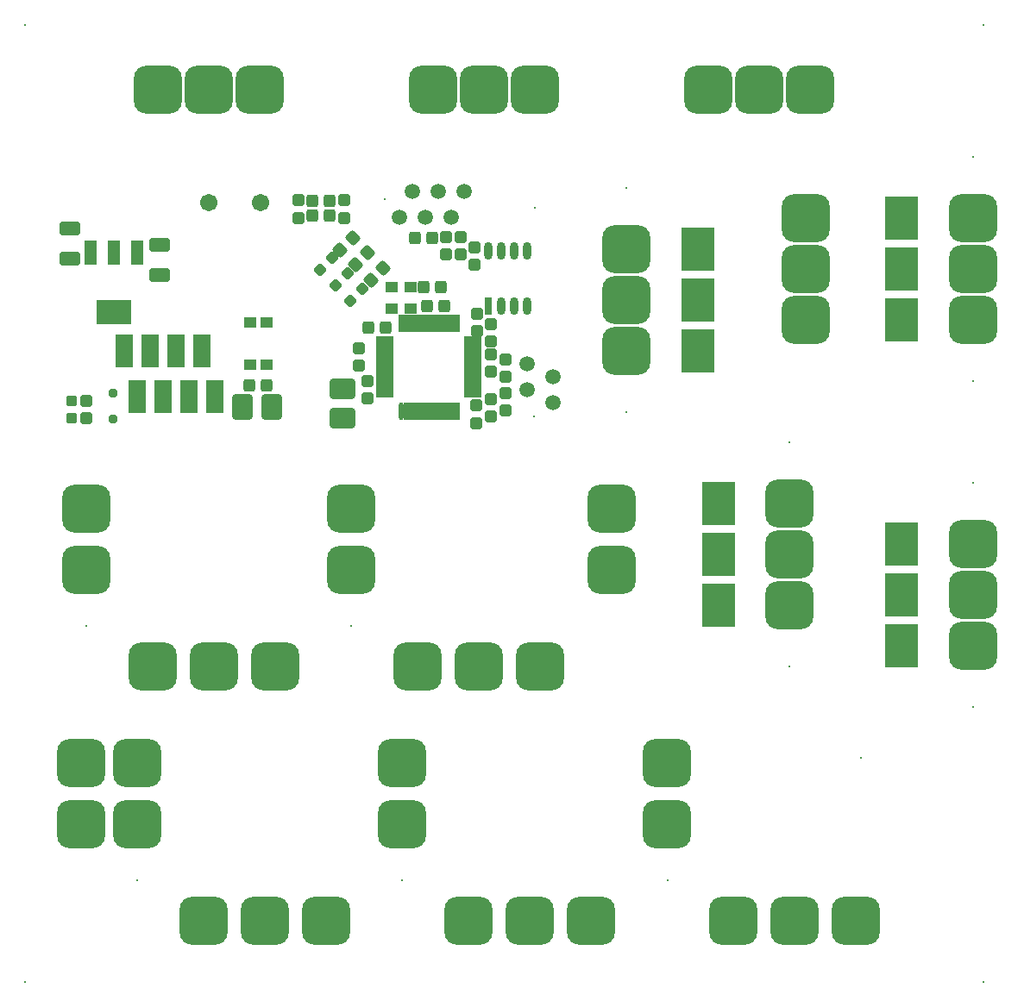
<source format=gts>
G04*
G04 #@! TF.GenerationSoftware,Altium Limited,Altium Designer,18.1.7 (191)*
G04*
G04 Layer_Color=8388736*
%FSLAX43Y43*%
%MOMM*%
G71*
G01*
G75*
%ADD54R,3.203X4.203*%
%ADD55O,0.503X1.703*%
%ADD56R,0.503X1.703*%
%ADD57R,1.703X0.503*%
G04:AMPARAMS|DCode=58|XSize=1.203mm|YSize=1.103mm|CornerRadius=0.214mm|HoleSize=0mm|Usage=FLASHONLY|Rotation=0.000|XOffset=0mm|YOffset=0mm|HoleType=Round|Shape=RoundedRectangle|*
%AMROUNDEDRECTD58*
21,1,1.203,0.675,0,0,0.0*
21,1,0.775,1.103,0,0,0.0*
1,1,0.428,0.388,-0.338*
1,1,0.428,-0.388,-0.338*
1,1,0.428,-0.388,0.338*
1,1,0.428,0.388,0.338*
%
%ADD58ROUNDEDRECTD58*%
G04:AMPARAMS|DCode=59|XSize=1.203mm|YSize=1.103mm|CornerRadius=0.214mm|HoleSize=0mm|Usage=FLASHONLY|Rotation=135.000|XOffset=0mm|YOffset=0mm|HoleType=Round|Shape=RoundedRectangle|*
%AMROUNDEDRECTD59*
21,1,1.203,0.675,0,0,135.0*
21,1,0.775,1.103,0,0,135.0*
1,1,0.428,-0.035,0.513*
1,1,0.428,0.513,-0.035*
1,1,0.428,0.035,-0.513*
1,1,0.428,-0.513,0.035*
%
%ADD59ROUNDEDRECTD59*%
G04:AMPARAMS|DCode=60|XSize=1.203mm|YSize=1.103mm|CornerRadius=0.214mm|HoleSize=0mm|Usage=FLASHONLY|Rotation=90.000|XOffset=0mm|YOffset=0mm|HoleType=Round|Shape=RoundedRectangle|*
%AMROUNDEDRECTD60*
21,1,1.203,0.675,0,0,90.0*
21,1,0.775,1.103,0,0,90.0*
1,1,0.428,0.338,0.388*
1,1,0.428,0.338,-0.388*
1,1,0.428,-0.338,-0.388*
1,1,0.428,-0.338,0.388*
%
%ADD60ROUNDEDRECTD60*%
%ADD61R,0.803X1.753*%
%ADD62O,0.803X1.753*%
%ADD63R,1.203X1.103*%
%ADD64R,1.703X3.203*%
%ADD65R,1.203X1.103*%
G04:AMPARAMS|DCode=66|XSize=1.003mm|YSize=1.003mm|CornerRadius=0.202mm|HoleSize=0mm|Usage=FLASHONLY|Rotation=225.000|XOffset=0mm|YOffset=0mm|HoleType=Round|Shape=RoundedRectangle|*
%AMROUNDEDRECTD66*
21,1,1.003,0.600,0,0,225.0*
21,1,0.600,1.003,0,0,225.0*
1,1,0.403,-0.424,0.000*
1,1,0.403,0.000,0.424*
1,1,0.403,0.424,0.000*
1,1,0.403,0.000,-0.424*
%
%ADD66ROUNDEDRECTD66*%
G04:AMPARAMS|DCode=67|XSize=2.503mm|YSize=2.003mm|CornerRadius=0.327mm|HoleSize=0mm|Usage=FLASHONLY|Rotation=90.000|XOffset=0mm|YOffset=0mm|HoleType=Round|Shape=RoundedRectangle|*
%AMROUNDEDRECTD67*
21,1,2.503,1.350,0,0,90.0*
21,1,1.850,2.003,0,0,90.0*
1,1,0.653,0.675,0.925*
1,1,0.653,0.675,-0.925*
1,1,0.653,-0.675,-0.925*
1,1,0.653,-0.675,0.925*
%
%ADD67ROUNDEDRECTD67*%
G04:AMPARAMS|DCode=68|XSize=0.803mm|YSize=0.903mm|CornerRadius=0.177mm|HoleSize=0mm|Usage=FLASHONLY|Rotation=270.000|XOffset=0mm|YOffset=0mm|HoleType=Round|Shape=RoundedRectangle|*
%AMROUNDEDRECTD68*
21,1,0.803,0.550,0,0,270.0*
21,1,0.450,0.903,0,0,270.0*
1,1,0.353,-0.275,-0.225*
1,1,0.353,-0.275,0.225*
1,1,0.353,0.275,0.225*
1,1,0.353,0.275,-0.225*
%
%ADD68ROUNDEDRECTD68*%
%ADD69R,1.203X2.353*%
%ADD70R,3.453X2.353*%
G04:AMPARAMS|DCode=71|XSize=2.003mm|YSize=1.353mm|CornerRadius=0.245mm|HoleSize=0mm|Usage=FLASHONLY|Rotation=180.000|XOffset=0mm|YOffset=0mm|HoleType=Round|Shape=RoundedRectangle|*
%AMROUNDEDRECTD71*
21,1,2.003,0.863,0,0,180.0*
21,1,1.513,1.353,0,0,180.0*
1,1,0.491,-0.756,0.431*
1,1,0.491,0.756,0.431*
1,1,0.491,0.756,-0.431*
1,1,0.491,-0.756,-0.431*
%
%ADD71ROUNDEDRECTD71*%
G04:AMPARAMS|DCode=72|XSize=1.003mm|YSize=1.003mm|CornerRadius=0.202mm|HoleSize=0mm|Usage=FLASHONLY|Rotation=90.000|XOffset=0mm|YOffset=0mm|HoleType=Round|Shape=RoundedRectangle|*
%AMROUNDEDRECTD72*
21,1,1.003,0.600,0,0,90.0*
21,1,0.600,1.003,0,0,90.0*
1,1,0.403,0.300,0.300*
1,1,0.403,0.300,-0.300*
1,1,0.403,-0.300,-0.300*
1,1,0.403,-0.300,0.300*
%
%ADD72ROUNDEDRECTD72*%
G04:AMPARAMS|DCode=73|XSize=2.503mm|YSize=2.003mm|CornerRadius=0.327mm|HoleSize=0mm|Usage=FLASHONLY|Rotation=180.000|XOffset=0mm|YOffset=0mm|HoleType=Round|Shape=RoundedRectangle|*
%AMROUNDEDRECTD73*
21,1,2.503,1.350,0,0,180.0*
21,1,1.850,2.003,0,0,180.0*
1,1,0.653,-0.925,0.675*
1,1,0.653,0.925,0.675*
1,1,0.653,0.925,-0.675*
1,1,0.653,-0.925,-0.675*
%
%ADD73ROUNDEDRECTD73*%
%ADD74C,0.203*%
G04:AMPARAMS|DCode=75|XSize=4.703mm|YSize=4.703mm|CornerRadius=1.227mm|HoleSize=0mm|Usage=FLASHONLY|Rotation=0.000|XOffset=0mm|YOffset=0mm|HoleType=Round|Shape=RoundedRectangle|*
%AMROUNDEDRECTD75*
21,1,4.703,2.250,0,0,0.0*
21,1,2.250,4.703,0,0,0.0*
1,1,2.453,1.125,-1.125*
1,1,2.453,-1.125,-1.125*
1,1,2.453,-1.125,1.125*
1,1,2.453,1.125,1.125*
%
%ADD75ROUNDEDRECTD75*%
G04:AMPARAMS|DCode=76|XSize=4.703mm|YSize=4.703mm|CornerRadius=1.227mm|HoleSize=0mm|Usage=FLASHONLY|Rotation=90.000|XOffset=0mm|YOffset=0mm|HoleType=Round|Shape=RoundedRectangle|*
%AMROUNDEDRECTD76*
21,1,4.703,2.250,0,0,90.0*
21,1,2.250,4.703,0,0,90.0*
1,1,2.453,1.125,1.125*
1,1,2.453,1.125,-1.125*
1,1,2.453,-1.125,-1.125*
1,1,2.453,-1.125,1.125*
%
%ADD76ROUNDEDRECTD76*%
G04:AMPARAMS|DCode=77|XSize=4.7mm|YSize=4.7mm|CornerRadius=1.225mm|HoleSize=0mm|Usage=FLASHONLY|Rotation=0.000|XOffset=0mm|YOffset=0mm|HoleType=Round|Shape=RoundedRectangle|*
%AMROUNDEDRECTD77*
21,1,4.700,2.250,0,0,0.0*
21,1,2.250,4.700,0,0,0.0*
1,1,2.450,1.125,-1.125*
1,1,2.450,-1.125,-1.125*
1,1,2.450,-1.125,1.125*
1,1,2.450,1.125,1.125*
%
%ADD77ROUNDEDRECTD77*%
%ADD78C,0.200*%
%ADD79C,1.503*%
%ADD80C,1.703*%
D54*
X89000Y36000D02*
D03*
Y41000D02*
D03*
Y46000D02*
D03*
X71000Y40000D02*
D03*
Y45000D02*
D03*
Y50000D02*
D03*
X89000Y68000D02*
D03*
Y73000D02*
D03*
Y78000D02*
D03*
X69000Y75000D02*
D03*
Y70000D02*
D03*
Y65000D02*
D03*
D55*
X39850Y59075D02*
D03*
D56*
X40350D02*
D03*
X40850D02*
D03*
X41350D02*
D03*
X41850D02*
D03*
X42350D02*
D03*
X42850D02*
D03*
X43350D02*
D03*
X43850D02*
D03*
X44350D02*
D03*
X44850D02*
D03*
X45350D02*
D03*
Y67675D02*
D03*
X44850D02*
D03*
X44350D02*
D03*
X43850D02*
D03*
X43350D02*
D03*
X42850D02*
D03*
X42350D02*
D03*
X41850D02*
D03*
X41350D02*
D03*
X40850D02*
D03*
X40350D02*
D03*
X39850D02*
D03*
D57*
X46900Y60625D02*
D03*
Y61125D02*
D03*
Y61625D02*
D03*
Y62125D02*
D03*
Y62625D02*
D03*
Y63125D02*
D03*
Y63625D02*
D03*
Y64125D02*
D03*
Y64625D02*
D03*
Y65125D02*
D03*
Y65625D02*
D03*
Y66125D02*
D03*
X38300D02*
D03*
Y65625D02*
D03*
Y65125D02*
D03*
Y64625D02*
D03*
Y64125D02*
D03*
Y63625D02*
D03*
Y63125D02*
D03*
Y62625D02*
D03*
Y62125D02*
D03*
Y61625D02*
D03*
Y61125D02*
D03*
Y60625D02*
D03*
D58*
X29770Y78050D02*
D03*
Y79750D02*
D03*
X44271Y74450D02*
D03*
Y76150D02*
D03*
X47100Y73465D02*
D03*
Y75165D02*
D03*
X47200Y57900D02*
D03*
Y59600D02*
D03*
X48700Y65875D02*
D03*
Y67575D02*
D03*
X45729Y74450D02*
D03*
Y76150D02*
D03*
X34300Y78050D02*
D03*
Y79750D02*
D03*
X9000Y58400D02*
D03*
Y60100D02*
D03*
X36600Y60350D02*
D03*
Y62050D02*
D03*
X35700Y63550D02*
D03*
Y65250D02*
D03*
X48700Y62950D02*
D03*
Y64650D02*
D03*
X50100Y64150D02*
D03*
Y62450D02*
D03*
Y60825D02*
D03*
Y59125D02*
D03*
X47300Y66950D02*
D03*
Y68650D02*
D03*
X48700Y58550D02*
D03*
Y60250D02*
D03*
D59*
X36899Y71899D02*
D03*
X38101Y73101D02*
D03*
X35101Y76101D02*
D03*
X33899Y74899D02*
D03*
X36601Y74601D02*
D03*
X35399Y73399D02*
D03*
D60*
X31150Y79700D02*
D03*
X32850D02*
D03*
X32869Y78300D02*
D03*
X31169D02*
D03*
X41250Y76100D02*
D03*
X42950D02*
D03*
X26673Y61574D02*
D03*
X24973D02*
D03*
X42050Y71200D02*
D03*
X43750D02*
D03*
X38350Y67225D02*
D03*
X36650D02*
D03*
X42395Y69375D02*
D03*
X44095D02*
D03*
D61*
X48435Y69400D02*
D03*
D62*
X49705D02*
D03*
X50975D02*
D03*
X52245D02*
D03*
X48435Y74800D02*
D03*
X49705D02*
D03*
X50975D02*
D03*
X52245D02*
D03*
D63*
X40826Y71200D02*
D03*
Y69100D02*
D03*
X38926D02*
D03*
Y71200D02*
D03*
D64*
X16505Y60500D02*
D03*
X15235Y65000D02*
D03*
X13965Y60500D02*
D03*
X12695Y65000D02*
D03*
X17775D02*
D03*
X19045Y60500D02*
D03*
X20315Y65000D02*
D03*
X21585Y60500D02*
D03*
D65*
X26675Y67750D02*
D03*
Y63650D02*
D03*
X25075Y67750D02*
D03*
Y63650D02*
D03*
D66*
X36101Y71101D02*
D03*
X34899Y69899D02*
D03*
X33399Y71399D02*
D03*
X34601Y72601D02*
D03*
X31899Y72899D02*
D03*
X33101Y74101D02*
D03*
D67*
X27200Y59500D02*
D03*
X24300D02*
D03*
D68*
X11600Y60800D02*
D03*
Y58300D02*
D03*
D69*
X14000Y74625D02*
D03*
X11700D02*
D03*
X9400D02*
D03*
D70*
X11700Y68775D02*
D03*
D71*
X7400Y77000D02*
D03*
Y74000D02*
D03*
X16200Y72400D02*
D03*
Y75400D02*
D03*
D72*
X7500Y60100D02*
D03*
Y58400D02*
D03*
D73*
X34100Y58350D02*
D03*
Y61250D02*
D03*
D74*
X3000Y97000D02*
D03*
X97000D02*
D03*
Y3000D02*
D03*
X3000D02*
D03*
X96000Y52000D02*
D03*
Y30000D02*
D03*
X78000Y56000D02*
D03*
Y34000D02*
D03*
X96000Y84000D02*
D03*
Y62000D02*
D03*
X62000Y59000D02*
D03*
Y81000D02*
D03*
X38275Y79910D02*
D03*
X53000Y79000D02*
D03*
X52940Y58530D02*
D03*
D75*
X16000Y90600D02*
D03*
X21000D02*
D03*
X26000D02*
D03*
X43000D02*
D03*
X48000D02*
D03*
X53000D02*
D03*
X70000D02*
D03*
X75000D02*
D03*
X80000D02*
D03*
D76*
X79600Y68000D02*
D03*
Y73000D02*
D03*
Y78000D02*
D03*
X96000Y36000D02*
D03*
Y41000D02*
D03*
Y46000D02*
D03*
X78000Y40000D02*
D03*
Y45000D02*
D03*
Y50000D02*
D03*
X96000Y68000D02*
D03*
Y73000D02*
D03*
Y78000D02*
D03*
X62000Y75000D02*
D03*
Y70000D02*
D03*
Y65000D02*
D03*
D77*
X60500Y49500D02*
D03*
Y43500D02*
D03*
X8500Y24500D02*
D03*
Y18500D02*
D03*
X65975D02*
D03*
Y24500D02*
D03*
X34975Y43500D02*
D03*
X8975Y49500D02*
D03*
X39975Y18500D02*
D03*
Y24500D02*
D03*
X8975Y43500D02*
D03*
X34975Y49500D02*
D03*
X13975Y18500D02*
D03*
Y24500D02*
D03*
X27500Y34000D02*
D03*
X53500D02*
D03*
X32500Y9000D02*
D03*
X58500D02*
D03*
X84500D02*
D03*
X21500Y34000D02*
D03*
X47500D02*
D03*
X26500Y9000D02*
D03*
X52500D02*
D03*
X78500D02*
D03*
X15500Y34000D02*
D03*
X41500D02*
D03*
X20500Y9000D02*
D03*
X46500D02*
D03*
X72500D02*
D03*
D78*
X85000Y25000D02*
D03*
X35000Y38000D02*
D03*
X9000D02*
D03*
X66000Y13000D02*
D03*
X40000D02*
D03*
X14000D02*
D03*
D79*
X46025Y80650D02*
D03*
X44755Y78110D02*
D03*
X43485Y80650D02*
D03*
X42215Y78110D02*
D03*
X40945Y80650D02*
D03*
X39675Y78110D02*
D03*
X52200Y63740D02*
D03*
X54740Y62470D02*
D03*
X52200Y61200D02*
D03*
X54740Y59930D02*
D03*
D80*
X20960Y79500D02*
D03*
X26040D02*
D03*
M02*

</source>
